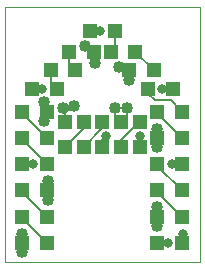
<source format=gtl>
G75*
%MOIN*%
%OFA0B0*%
%FSLAX24Y24*%
%IPPOS*%
%LPD*%
%AMOC8*
5,1,8,0,0,1.08239X$1,22.5*
%
%ADD10C,0.0000*%
%ADD11R,0.0472X0.0472*%
%ADD12C,0.0400*%
%ADD13C,0.0060*%
%ADD14C,0.0317*%
D10*
X002392Y002517D02*
X002392Y011017D01*
X008892Y011017D01*
X008892Y002517D01*
X002392Y002517D01*
D11*
X002978Y003142D03*
X003805Y003142D03*
X003805Y004017D03*
X002978Y004017D03*
X002978Y004892D03*
X003805Y004892D03*
X003805Y005767D03*
X004392Y006353D03*
X005017Y006353D03*
X005642Y006353D03*
X006267Y006353D03*
X006892Y006353D03*
X007478Y006642D03*
X006892Y007180D03*
X007478Y007517D03*
X007166Y008267D03*
X007368Y008892D03*
X007993Y008267D03*
X008305Y007517D03*
X008305Y006642D03*
X008305Y005767D03*
X008305Y004892D03*
X007478Y004892D03*
X007478Y005767D03*
X006267Y007180D03*
X005642Y007180D03*
X005017Y007180D03*
X004392Y007180D03*
X003805Y007517D03*
X004118Y008267D03*
X003916Y008892D03*
X004541Y009517D03*
X004743Y008892D03*
X005368Y009517D03*
X005916Y009517D03*
X006055Y010204D03*
X005228Y010204D03*
X006541Y008892D03*
X006743Y009517D03*
X003805Y006642D03*
X002978Y006642D03*
X002978Y007517D03*
X003291Y008267D03*
X002978Y005767D03*
X007478Y004017D03*
X007478Y003142D03*
X008305Y003142D03*
X008305Y004017D03*
D12*
X007454Y004329D03*
X007454Y003704D03*
X007454Y006329D03*
X007454Y006954D03*
X006454Y007642D03*
X006079Y007642D03*
X006517Y008579D03*
X006204Y009017D03*
X005392Y009142D03*
X005079Y009704D03*
X003704Y007829D03*
X003704Y007204D03*
X004329Y007642D03*
X004704Y007704D03*
X003829Y005204D03*
X003829Y004579D03*
X002954Y003454D03*
X002954Y002829D03*
D13*
X002954Y003118D01*
X002978Y003142D01*
X002954Y003166D01*
X002954Y003454D01*
X002978Y003968D02*
X003805Y003142D01*
X003805Y004017D02*
X002978Y004843D01*
X002978Y004892D01*
X003805Y004892D02*
X003829Y004868D01*
X003829Y004579D01*
X003805Y004892D02*
X003829Y004916D01*
X003829Y005204D01*
X003805Y005767D02*
X002978Y006593D01*
X002978Y006642D01*
X003704Y007204D02*
X003704Y007416D01*
X003805Y007517D01*
X003704Y007618D01*
X003704Y007829D01*
X003642Y008267D02*
X003291Y008267D01*
X003916Y008468D02*
X004118Y008267D01*
X003916Y008468D02*
X003916Y008892D01*
X004541Y009093D02*
X004541Y009517D01*
X004541Y009093D02*
X004743Y008892D01*
X005392Y009142D02*
X005392Y009493D01*
X005368Y009517D01*
X005180Y009704D01*
X005079Y009704D01*
X005228Y010204D02*
X005579Y010204D01*
X006055Y010204D02*
X006055Y009656D01*
X005916Y009517D01*
X006204Y009017D02*
X006416Y009017D01*
X006541Y008892D01*
X006517Y008868D01*
X006517Y008579D01*
X007166Y008267D02*
X007166Y008118D01*
X007392Y007892D01*
X007930Y007892D01*
X008305Y007517D01*
X007993Y008267D02*
X007642Y008267D01*
X007368Y008892D02*
X006743Y009517D01*
X006454Y007642D02*
X006454Y007368D01*
X006267Y007180D01*
X006079Y007368D01*
X006079Y007642D01*
X005642Y007180D02*
X005642Y006978D01*
X005017Y006353D01*
X005017Y006978D02*
X004392Y006353D01*
X003805Y006642D02*
X002978Y007468D01*
X002978Y007517D01*
X004329Y007642D02*
X004392Y007579D01*
X004579Y007579D01*
X004704Y007704D01*
X004392Y007579D02*
X004392Y007180D01*
X005017Y007180D02*
X005017Y006978D01*
X005642Y006579D02*
X005642Y006353D01*
X005642Y006579D02*
X005767Y006704D01*
X006267Y006579D02*
X006267Y006353D01*
X006267Y006579D02*
X006868Y007180D01*
X006892Y007180D01*
X006892Y006704D02*
X006892Y006353D01*
X007454Y006329D02*
X007454Y006618D01*
X007478Y006642D01*
X007454Y006666D01*
X007454Y006954D01*
X007478Y007468D02*
X008305Y006642D01*
X008305Y005767D02*
X007954Y005767D01*
X007478Y005767D02*
X007478Y005718D01*
X008305Y004892D01*
X007478Y004892D02*
X007478Y004843D01*
X008305Y004017D01*
X008329Y003454D02*
X008329Y003166D01*
X008305Y003142D01*
X007829Y003142D02*
X007478Y003142D01*
X007454Y003704D02*
X007454Y003993D01*
X007478Y004017D01*
X007454Y004041D01*
X007454Y004329D01*
X007478Y007468D02*
X007478Y007517D01*
X003329Y005767D02*
X002978Y005767D01*
X002978Y004017D02*
X002978Y003968D01*
D14*
X003329Y005767D03*
X003642Y008267D03*
X005579Y010204D03*
X007642Y008267D03*
X006892Y006704D03*
X007954Y005767D03*
X008329Y003454D03*
X007829Y003142D03*
X005767Y006704D03*
M02*

</source>
